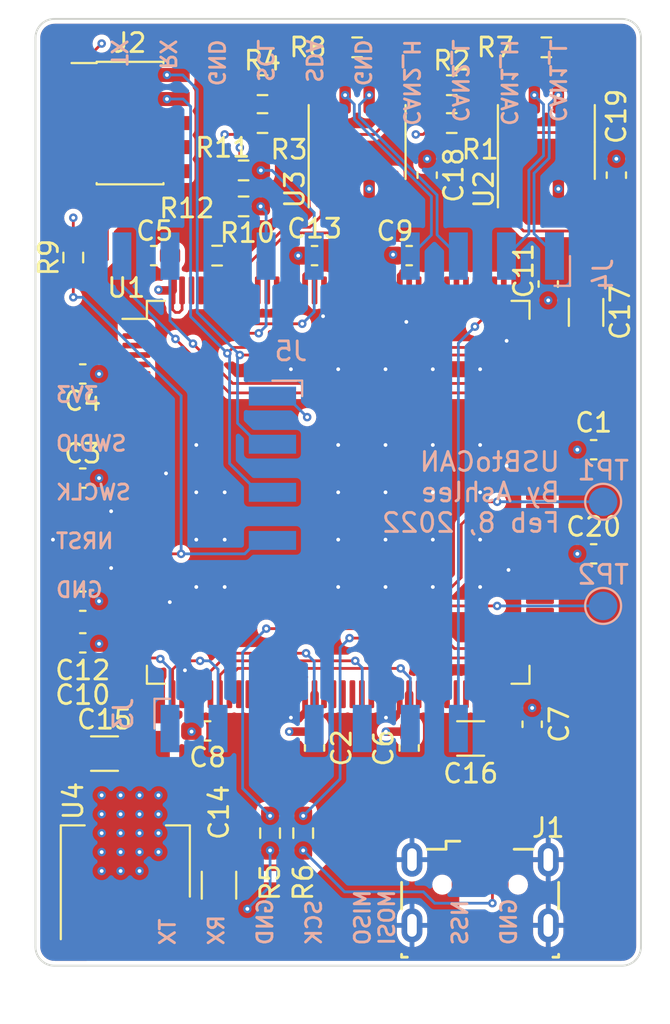
<source format=kicad_pcb>
(kicad_pcb (version 20211014) (generator pcbnew)
  (layers (0 "F.Cu" signal) (1 "In1.Cu" power) (2 "In2.Cu" power) (31 "B.Cu" signal) (34 "B.Paste" user) (35 "F.Paste" user) (36 "B.SilkS" user "B.Silkscreen") (37 "F.SilkS" user "F.Silkscreen") (38 "B.Mask" user) (39 "F.Mask" user) (44 "Edge.Cuts" user))
  (net 0 "")
  (net 1 "Net-(J1-Pad4)")
  (net 2 "GND")
  (net 3 "+3V3")
  (net 4 "SWDIO")
  (net 5 "SWCLK")
  (net 9 "SPI1_NSS")
  (net 10 "USART1_TX")
  (net 11 "SPI1_SCK")
  (net 12 "USART1_RX")
  (net 13 "SPI1_MOSI")
  (net 14 "SPI1_MISO")
  (net 15 "CAN1_H")
  (net 16 "CAN2_H")
  (net 17 "CAN1_L")
  (net 18 "CAN2_L")
  (net 19 "Net-(R1-Pad1)")
  (net 20 "Net-(R2-Pad1)")
  (net 21 "Net-(R3-Pad1)")
  (net 22 "Net-(R4-Pad1)")
  (net 23 "USB_OTG_HS_VBUS")
  (net 24 "USB_OTG_HS_ID")
  (net 44 "NRST")
  (net 49 "USART2_TX")
  (net 50 "USART2_RX")
  (net 95 "CAN1_RX")
  (net 96 "CAN1_TX")
  (net 117 "CAN2_RX")
  (net 118 "CAN2_TX")
  (net 119 "I2C1_SDA")
  (net 120 "Net-(R10-Pad1)")
  (net 121 "I2C1_SCL")
  (net 125 "/VBUS")
  (net 126 "USB_OTG_HS_N")
  (net 127 "USB_OTG_HS_P")
  (net 128 "Net-(C16-Pad1)")
  (net 129 "Net-(C17-Pad1)")
  (net 130 "Net-(TP1-Pad1)")
  (net 131 "Net-(TP2-Pad1)")
  (net 132 "Net-(U1-Pad23)")
  (net 133 "Net-(U1-Pad24)")
  (footprint "Capacitor_SMD:C_0603_1608Metric_Pad1.08x0.95mm_HandSolder" (layer "F.Cu") (at 98.75 92.5)
    (fp_text reference "C13")
    (fp_text value "100nF")
  )
  (footprint "Library:USB_Micro-B_YourCee_7.2_16Pin" (layer "F.Cu") (at 107.5 126.12)
    (fp_text reference "J1")
    (fp_text value "USB_B_Micro")
  )
  (footprint "Capacitor_SMD:C_0603_1608Metric_Pad1.08x0.95mm_HandSolder" (layer "F.Cu") (at 103.75 92.5)
    (fp_text reference "C9")
    (fp_text value "100nF")
  )
  (footprint "Capacitor_SMD:C_0603_1608Metric_Pad1.08x0.95mm_HandSolder" (layer "F.Cu") (at 86.5 112.95 180)
    (fp_text reference "C10")
    (fp_text value "100nF")
  )
  (footprint "Resistor_SMD:R_0603_1608Metric_Pad0.98x0.95mm_HandSolder" (layer "F.Cu") (at 86 92.6 90)
    (fp_text reference "R9")
    (fp_text value "10K")
  )
  (footprint "Capacitor_SMD:C_1206_3216Metric_Pad1.33x1.80mm_HandSolder" (layer "F.Cu") (at 113.1 95.5 90)
    (fp_text reference "C17")
    (fp_text value "2.2uF")
  )
  (footprint "Package_TO_SOT_SMD:SOT-223-3_TabPin2" (layer "F.Cu") (at 88.75 124.5 90)
    (fp_text reference "U4")
    (fp_text value "AMS1117-3.3")
  )
  (footprint "Resistor_SMD:R_0603_1608Metric_Pad0.98x0.95mm_HandSolder" (layer "F.Cu") (at 96 83.5 180)
    (fp_text reference "R4")
    (fp_text value "0ohm")
  )
  (footprint "Capacitor_SMD:C_1206_3216Metric_Pad1.33x1.80mm_HandSolder" (layer "F.Cu") (at 107 118 180)
    (fp_text reference "C16")
    (fp_text value "2.2uF")
  )
  (footprint "Capacitor_SMD:C_0603_1608Metric_Pad1.08x0.95mm_HandSolder" (layer "F.Cu") (at 90.25 92.5 180)
    (fp_text reference "C5")
    (fp_text value "100nF")
  )
  (footprint "Resistor_SMD:R_0603_1608Metric_Pad0.98x0.95mm_HandSolder" (layer "F.Cu") (at 93.6 92.5 180)
    (fp_text reference "R10")
    (fp_text value "10K")
  )
  (footprint "Capacitor_SMD:C_1206_3216Metric_Pad1.33x1.80mm_HandSolder" (layer "F.Cu") (at 93.7 125.75 90)
    (fp_text reference "C14")
    (fp_text value "10uF")
  )
  (footprint "Resistor_SMD:R_0603_1608Metric_Pad0.98x0.95mm_HandSolder" (layer "F.Cu") (at 95 89.9 180)
    (fp_text reference "R12")
    (fp_text value "10K")
  )
  (footprint "Capacitor_SMD:C_0603_1608Metric_Pad1.08x0.95mm_HandSolder" (layer "F.Cu") (at 104.7 88.25 -90)
    (fp_text reference "C18")
    (fp_text value "100nF")
  )
  (footprint "Capacitor_SMD:C_0603_1608Metric_Pad1.08x0.95mm_HandSolder" (layer "F.Cu") (at 103.75 118.5 -90)
    (fp_text reference "C6")
    (fp_text value "100nF")
  )
  (footprint "Capacitor_SMD:C_0603_1608Metric_Pad1.08x0.95mm_HandSolder" (layer "F.Cu") (at 86.5 110.75 180)
    (fp_text reference "C12")
    (fp_text value "100nF")
  )
  (footprint "Resistor_SMD:R_0603_1608Metric_Pad0.98x0.95mm_HandSolder" (layer "F.Cu") (at 106 85.5 180)
    (fp_text reference "R1")
    (fp_text value "10K")
  )
  (footprint "Capacitor_SMD:C_0603_1608Metric_Pad1.08x0.95mm_HandSolder" (layer "F.Cu") (at 93.1 117.6)
    (fp_text reference "C8")
    (fp_text value "100nF")
  )
  (footprint "Resistor_SMD:R_0603_1608Metric_Pad0.98x0.95mm_HandSolder" (layer "F.Cu") (at 98.15 123 -90)
    (fp_text reference "R6")
    (fp_text value "0ohm")
  )
  (footprint "Connector_PinHeader_1.27mm:PinHeader_2x05_P1.27mm_Vertical_SMD" (layer "F.Cu") (at 89 85.5)
    (fp_text reference "J2")
    (fp_text value "JTAG")
  )
  (footprint "Resistor_SMD:R_0603_1608Metric_Pad0.98x0.95mm_HandSolder" (layer "F.Cu") (at 96.4 123 -90)
    (fp_text reference "R5")
    (fp_text value "0ohm")
  )
  (footprint "Capacitor_SMD:C_0603_1608Metric_Pad1.08x0.95mm_HandSolder" (layer "F.Cu") (at 98.75 118.5 -90)
    (fp_text reference "C2")
    (fp_text value "100nF")
  )
  (footprint "Capacitor_SMD:C_0603_1608Metric_Pad1.08x0.95mm_HandSolder" (layer "F.Cu") (at 113.5 108.25)
    (fp_text reference "C20")
    (fp_text value "100nF")
  )
  (footprint "Package_QFP:LQFP-144_20x20mm_P0.5mm" (layer "F.Cu") (at 100 105)
    (fp_text reference "U1")
    (fp_text value "STM32F429ZITx")
  )
  (footprint "Package_SO:SOIC-8_3.9x4.9mm_P1.27mm" (layer "F.Cu") (at 101 86.5 90)
    (fp_text reference "U3")
    (fp_text value "SN65HVD234")
  )
  (footprint "Package_SO:SOIC-8_3.9x4.9mm_P1.27mm" (layer "F.Cu") (at 111 86.5 90)
    (fp_text reference "U2")
    (fp_text value "SN65HVD234")
  )
  (footprint "Resistor_SMD:R_0603_1608Metric_Pad0.98x0.95mm_HandSolder" (layer "F.Cu") (at 111 81.5)
    (fp_text reference "R7")
    (fp_text value "120ohm")
  )
  (footprint "Resistor_SMD:R_0603_1608Metric_Pad0.98x0.95mm_HandSolder" (layer "F.Cu") (at 95 88 180)
    (fp_text reference "R11")
    (fp_text value "10K")
  )
  (footprint "Capacitor_SMD:C_0603_1608Metric_Pad1.08x0.95mm_HandSolder" (layer "F.Cu") (at 113.5 102.75)
    (fp_text reference "C1")
    (fp_text value "100nF")
  )
  (footprint "Capacitor_SMD:C_0603_1608Metric_Pad1.08x0.95mm_HandSolder" (layer "F.Cu") (at 111.1 94 90)
    (fp_text reference "C11")
    (fp_text value "100nF")
  )
  (footprint "Capacitor_SMD:C_0603_1608Metric_Pad1.08x0.95mm_HandSolder" (layer "F.Cu") (at 86.5 98.75 180)
    (fp_text reference "C4")
    (fp_text value "100nF")
  )
  (footprint "Resistor_SMD:R_0603_1608Metric_Pad0.98x0.95mm_HandSolder" (layer "F.Cu") (at 101 81.5)
    (fp_text reference "R8")
    (fp_text value "120ohm")
  )
  (footprint "Resistor_SMD:R_0603_1608Metric_Pad0.98x0.95mm_HandSolder" (layer "F.Cu") (at 106 83.5 180)
    (fp_text reference "R2")
    (fp_text value "0ohm")
  )
  (footprint "Capacitor_SMD:C_0603_1608Metric_Pad1.08x0.95mm_HandSolder" (layer "F.Cu") (at 110.25 117.25 -90)
    (fp_text reference "C7")
    (fp_text value "100nF")
  )
  (footprint "Resistor_SMD:R_0603_1608Metric_Pad0.98x0.95mm_HandSolder" (layer "F.Cu") (at 96 85.5 180)
    (fp_text reference "R3")
    (fp_text value "10K")
  )
  (footprint "Capacitor_SMD:C_0603_1608Metric_Pad1.08x0.95mm_HandSolder" (layer "F.Cu") (at 114.7 88.25 -90)
    (fp_text reference "C19")
    (fp_text value "100nF")
  )
  (footprint "Capacitor_SMD:C_1206_3216Metric_Pad1.33x1.80mm_HandSolder" (layer "F.Cu") (at 87.65 118.8 180)
    (fp_text reference "C15")
    (fp_text value "10uF")
  )
  (footprint "Capacitor_SMD:C_0603_1608Metric_Pad1.08x0.95mm_HandSolder" (layer "F.Cu") (at 86.5 104.25 180)
    (fp_text reference "C3")
    (fp_text value "100nF")
  )
  (footprint "Library:CSTNE8M00GH5L000R0" (layer "F.Cu") (at 86.175 107.5 -90)
    (fp_text reference "Y1" hide)
    (fp_text value "Crystal_GND2_Small")
  )
  (footprint "Connector_Harwin:Harwin_M20-89010xx_1x10_P2.54mm_Horizontal" (layer "B.Cu") (at 100 87 90)
    (fp_text reference "J4")
    (fp_text value "Conn_01x10")
  )
  (footprint "TestPoint:TestPoint_Pad_D1.5mm" (layer "B.Cu") (at 114 105.5 180)
    (fp_text reference "TP1")
    (fp_text value "TestPoint")
  )
  (footprint "TestPoint:TestPoint_Pad_D1.5mm" (layer "B.Cu") (at 114 111 180)
    (fp_text reference "TP2")
    (fp_text value "TestPoint")
  )
  (footprint "Connector_Harwin:Harwin_M20-89008xx_1x08_P2.54mm_Horizontal" (layer "B.Cu") (at 100 123 -90)
    (fp_text reference "J3")
    (fp_text value "Conn_01x08")
  )
  (footprint "Connector_Harwin:Harwin_M20-89005xx_1x05_P2.54mm_Horizontal" (layer "B.Cu") (at 91 105 180)
    (fp_text reference "J5")
    (fp_text value "Conn_01x05")
  )
  (gr_arc (start 84 81) (mid 84.292893 80.292893) (end 85 80) (layer "Edge.Cuts") (width 0.1))
  (gr_line (start 84 81) (end 84 129) (layer "Edge.Cuts") (width 0.1))
  (gr_arc (start 85 130) (mid 84.292893 129.707107) (end 84 129) (layer "Edge.Cuts") (width 0.1))
  (gr_arc (start 116 129) (mid 115.707107 129.707107) (end 115 130) (layer "Edge.Cuts") (width 0.1))
  (gr_line (start 85 130) (end 115 130) (layer "Edge.Cuts") (width 0.1))
  (gr_arc (start 115 80) (mid 115.707107 80.292893) (end 116 81) (layer "Edge.Cuts") (width 0.1))
  (gr_line (start 115 80) (end 85 80) (layer "Edge.Cuts") (width 0.1))
  (gr_line (start 116 129) (end 116 81) (layer "Edge.Cuts") (width 0.1))
  (gr_text "TX\n\nRX\n\nGND\n\nSCK\n\nMISO\nMOSI\n\n\nNSS\n\nGND" (at 100 129 90) (layer "B.SilkS") (effects (font (size 0.8 0.8)) (justify right mirror)))
  (gr_text "CAN1_L\n\nCAN1_H\n\nCAN2_L\n\nCAN2_H\n\nGND\n\nSDA\n\nSCL\n\nGND\n\nRX\n\nTX" (at 100 81 270) (layer "B.SilkS") (effects (font (size 0.8 0.8)) (justify right mirror)))
  (gr_text "USBtoCAN\nBy Ashlee\nFeb 8, 2022" (at 111.8 105) (layer "B.SilkS") (effects (font (size 1 1)) (justify left mirror)))
  (gr_text "3V3\n\nSWDIO\n\nSWCLK\n\nNRST\n\nGND" (at 85 105) (layer "B.SilkS") (effects (font (size 0.8 0.8)) (justify right mirror)))
  (segment (start 108.15 124.835) (end 108.15 126.7) (width 0.146812) (layer "F.Cu") (net 1))
  (via (at 108.15 126.7) (size 0.45) (drill 0.2) (layers "F.Cu" "B.Cu") (net 1))
  (via (at 98.15 123.9125) (size 0.45) (drill 0.2) (layers "F.Cu" "B.Cu") (net 1))
  (segment (start 105.1 126.7) (end 104.5 126.1) (width 0.146812) (layer "B.Cu") (net 1))
  (segment (start 104.5 126.1) (end 100.3375 126.1) (width 0.146812) (layer "B.Cu") (net 1))
  (segment (start 108.15 126.7) (end 105.1 126.7) (width 0.146812) (layer "B.Cu") (net 1))
  (segment (start 100.3375 126.1) (end 98.15 123.9125) (width 0.146812) (layer "B.Cu") (net 1))
  (segment (start 91.75 115.6625) (end 91.75 114.55) (width 0.146812) (layer "F.Cu") (net 2))
  (segment (start 103.25 93.55) (end 103.5 93.3) (width 0.3) (layer "F.Cu") (net 2))
  (segment (start 99.2 95.7) (end 98.8 95.7) (width 0.3) (layer "F.Cu") (net 2))
  (segment (start 103.25 94.3375) (end 103.25 93.55) (width 0.3) (layer "F.Cu") (net 2))
  (segment (start 102.525 116.9) (end 102.9 116.9) (width 0.3) (layer "F.Cu") (net 2))
  (segment (start 109.15 96.75) (end 108.9 97) (width 0.3) (layer "F.Cu") (net 2))
  (segment (start 109.25 103.25) (end 108.9 103.6) (width 0.3) (layer "F.Cu") (net 2))
  (segment (start 103.25 94.3375) (end 103.25 95.65) (width 0.3) (layer "F.Cu") (net 2))
  (segment (start 103.8125 93.3) (end 104.6125 92.5) (width 0.3) (layer "F.Cu") (net 2))
  (segment (start 110.6625 103.25) (end 109.25 103.25) (width 0.3) (layer "F.Cu") (net 2))
  (segment (start 98.25 95.15) (end 98.25 94.3375) (width 0.3) (layer "F.Cu") (net 2))
  (segment (start 90.65 111.25) (end 91.1 110.8) (width 0.3) (layer "F.Cu") (net 2))
  (segment (start 103.25 95.65) (end 103.6 96) (width 0.3) (layer "F.Cu") (net 2))
  (segment (start 109.35 108.75) (end 109 109.1) (width 0.3) (layer "F.Cu") (net 2))
  (segment (start 98.25 94.3375) (end 98.25 93.55) (width 0.3) (layer "F.Cu") (net 2))
  (segment (start 98.8125 93.3) (end 99.6125 92.5) (width 0.3) (layer "F.Cu") (net 2))
  (segment (start 102.9 116.9) (end 103.25 116.55) (width 0.3) (layer "F.Cu") (net 2))
  (segment (start 90.65 103.75) (end 90.9 104) (width 0.3) (layer "F.Cu") (net 2))
  (segment (start 98.25 93.55) (end 98.5 93.3) (width 0.3) (layer "F.Cu") (net 2))
  (segment (start 98.5 93.3) (end 98.8125 93.3) (width 0.3) (layer "F.Cu") (net 2))
  (segment (start 89.3375 103.75) (end 90.65 103.75) (width 0.3) (layer "F.Cu") (net 2))
  (segment (start 98.25 116.55) (end 98.25 115.6625) (width 0.3) (layer "F.Cu") (net 2))
  (segment (start 91.75 114.55) (end 91.9 114.4) (width 0.146812) (layer "F.Cu") (net 2))
  (segment (start 103.25 116.55) (end 103.25 115.6625) (width 0.3) (layer "F.Cu") (net 2))
  (segment (start 97.9 116.9) (end 98.25 116.55) (width 0.3) (layer "F.Cu") (net 2))
  (segment (start 98.8 95.7) (end 98.25 95.15) (width 0.3) (layer "F.Cu") (net 2))
  (segment (start 103.5 93.3) (end 103.8125 93.3) (width 0.3) (layer "F.Cu") (net 2))
  (segment (start 97.5 116.9) (end 97.9 116.9) (width 0.3) (layer "F.Cu") (net 2))
  (segment (start 110.6625 108.75) (end 109.35 108.75) (width 0.3) (layer "F.Cu") (net 2))
  (segment (start 89.3375 111.25) (end 90.65 111.25) (width 0.3) (layer "F.Cu") (net 2))
  (segment (start 110.6625 96.75) (end 109.15 96.75) (width 0.3) (layer "F.Cu") (net 2))
  (via (at 102.5 110) (size 0.45) (drill 0.2) (layers "F.Cu" "B.Cu") (net 2))
  (via (at 105 105) (size 0.45) (drill 0.2) (layers "F.Cu" "B.Cu") (net 2))
  (via (at 88 109) (size 0.45) (drill 0.2) (layers "F.Cu" "B.Cu") (net 2))
  (via (at 91.9 114.4) (size 0.45) (drill 0.2) (layers "F.Cu" "B.Cu") (net 2))
  (via (at 102.5 105) (size 0.45) (drill 0.2) (layers "F.Cu" "B.Cu") (net 2))
  (via (at 105 98.5) (size 0.45) (drill 0.2) (layers "F.Cu" "B.Cu") (net 2))
  (via (at 97.5 98.5) (size 0.45) (drill 0.2) (layers "F.Cu" "B.Cu") (net 2))
  (via (at 102.5 102.5) (size 0.45) (drill 0.2) (layers "F.Cu" "B.Cu") (net 2))
  (via (at 107.5 98.5) (size 0.45) (drill 0.2) (layers "F.Cu" "B.Cu") (net 2))
  (via (at 91.1 110.8) (size 0.45) (drill 0.2) (layers "F.Cu" "B.Cu") (net 2))
  (via (at 107.5 105) (size 0.45) (drill 0.2) (layers "F.Cu" "B.Cu") (net 2))
  (via (at 92.5 105) (size 0.45) (drill 0.2) (layers "F.Cu" "B.Cu") (net 2))
  (via (at 84.925 107.5) (size 0.45) (drill 0.2) (layers "F.Cu" "B.Cu") (net 2))
  (via (at 102.5 107.5) (size 0.45) (drill 0.2) (layers "F.Cu" "B.Cu") (net 2))
  (via (at 100 98.5) (size 0.45) (drill 0.2) (layers "F.Cu" "B.Cu") (net 2))
  (via (at 94 105) (size 0.45) (drill 0.2) (layers "F.Cu" "B.Cu") (net 2))
  (via (at 94 110) (size 0.45) (drill 0.2) (layers "F.Cu" "B.Cu") (net 2))
  (via (at 105 107.5) (size 0.45) (drill 0.2) (layers "F.Cu" "B.Cu") (net 2))
  (via (at 100 105) (size 0.45) (drill 0.2) (layers "F.Cu" "B.Cu") (net 2))
  (via (at 100 102.5) (size 0.45) (drill 0.2) (layers "F.Cu" "B.Cu") (net 2))
  (via (at 107.5 107.5) (size 0.45) (drill 0.2) (layers "F.Cu" "B.Cu") (net 2))
  (via (at 108.9 97) (size 0.45) (drill 0.2) (layers "F.Cu" "B.Cu") (net 2))
  (via (at 92.5 107.5) (size 0.45) (drill 0.2) (layers "F.Cu" "B.Cu") (net 2))
  (via (at 88 106) (size 0.45) (drill 0.2) (layers "F.Cu" "B.Cu") (net 2))
  (via (at 108.9 103.6) (size 0.45) (drill 0.2) (layers "F.Cu" "B.Cu") (net 2))
  (via (at 107.5 102.5) (size 0.45) (drill 0.2) (layers "F.Cu" "B.Cu") (net 2))
  (via (at 92.5 110) (size 0.45) (drill 0.2) (layers "F.Cu" "B.Cu") (net 2))
  (via (at 99.2 95.7) (size 0.45) (drill 0.2) (layers "F.Cu" "B.Cu") (net 2))
  (via (at 100 107.5) (size 0.45) (drill 0.2) (layers "F.Cu" "B.Cu") (net 2))
  (via (at 97.5 116.9) (size 0.45) (drill 0.2) (layers "F.Cu" "B.Cu") (net 2))
  (via (at 105 110) (size 0.45) (drill 0.2) (layers "F.Cu" "B.Cu") (net 2))
  (via (at 103.6 96) (size 0.45) (drill 0.2) (layers "F.Cu" "B.Cu") (net 2))
  (via (at 90.9 104) (size 0.45) (drill 0.2) (layers "F.Cu" "B.Cu") (net 2))
  (via (at 94 107.5) (size 0.45) (drill 0.2) (layers "F.Cu" "B.Cu") (net 2))
  (via (at 109 109.1) (size 0.45) (drill 0.2) (layers "F.Cu" "B.Cu") (net 2))
  (via (at 107.5 110) (size 0.45) (drill 0.2) (layers "F.Cu" "B.Cu") (net 2))
  (via (at 105 102.5) (size 0.45) (drill 0.2) (layers "F.Cu" "B.Cu") (net 2))
  (via (at 102.5 98.5) (size 0.45) (drill 0.2) (layers "F.Cu" "B.Cu") (net 2))
  (via (at 100 110) (size 0.45) (drill 0.2) (layers "F.Cu" "B.Cu") (net 2))
  (via (at 102.525 116.9) (size 0.45) (drill 0.2) (layers "F.Cu" "B.Cu") (net 2))
  (via (at 92.5 102.5) (size 0.45) (drill 0.2) (layers "F.Cu" "B.Cu") (net 2))
  (segment (start 97.4125 117.6375) (end 98.75 117.6375) (width 0.45) (layer "F.Cu") (net 3))
  (segment (start 90.35 111.75) (end 90.5 111.9) (width 0.3) (layer "F.Cu") (net 3))
  (segment (start 97.75 92.6375) (end 97.8875 92.5) (width 0.45) (layer "F.Cu") (net 3))
  (segment (start 89.3375 111.75) (end 90.35 111.75) (width 0.3) (layer "F.Cu") (net 3))
  (segment (start 110.675 95.2875) (end 111.1 94.8625) (width 0.45) (layer "F.Cu") (net 3))
  (segment (start 87.05 81.75) (end 87.05 82.96) (width 0.146812) (layer "F.Cu") (net 3))
  (segment (start 91.75 94.3375) (end 91.75 95.35) (width 0.146812) (layer "F.Cu") (net 3))
  (segment (start 110.675 96.1) (end 110.675 95.2875) (width 0.45) (layer "F.Cu") (net 3))
  (segment (start 102.75 94.3375) (end 102.75 92.6375) (width 0.45) (layer "F.Cu") (net 3))
  (segment (start 102.52 117.64) (end 103.7475 117.64) (width 0.45) (layer "F.Cu") (net 3))
  (segment (start 91.75 95.35) (end 91.6 95.5) (width 0.146812) (layer "F.Cu") (net 3))
  (segment (start 94.0875 88) (end 94.0875 89.9) (width 0.146812) (layer "F.Cu") (net 3))
  (segment (start 89.3375 98.75) (end 87.3625 98.75) (width 0.45) (layer "F.Cu") (net 3))
  (segment (start 103.75 115.6625) (end 103.75 117.6375) (width 0.45) (layer "F.Cu") (net 3))
  (segment (start 87.3625 113) (end 88.1125 112.25) (width 0.45) (layer "F.Cu") (net 3))
  (segment (start 91.25 95.35) (end 91.25 94.3375) (width 0.146812) (layer "F.Cu") (net 3))
  (segment (start 109.5875 115.725) (end 110.25 116.3875) (width 0.45) (layer "F.Cu") (net 3))
  (segment (start 90.5375 94.3375) (end 91.25 94.3375) (width 0.45) (layer "F.Cu") (net 3))
  (segment (start 90.35 112.25) (end 89.3375 112.25) (width 0.3) (layer "F.Cu") (net 3))
  (segment (start 94.0875 88) (end 94.8 87.2875) (width 0.146812) (layer "F.Cu") (net 3))
  (segment (start 90.5 111.9) (end 90.5 112.1) (width 0.3) (layer "F.Cu") (net 3))
  (segment (start 87.3625 110.75) (end 89.3375 110.75) (width 0.45) (layer "F.Cu") (net 3))
  (segment (start 105.0875 85.5) (end 104.4875 86.1) (width 0.146812) (layer "F.Cu") (net 3))
  (segment (start 110.6625 102.75) (end 112.6375 102.75) (width 0.45) (layer "F.Cu") (net 3))
  (segment (start 103.7475 117.64) (end 103.75 117.6375) (width 0.45) (layer "F.Cu") (net 3))
  (segment (start 91.6 95.5) (end 91.4 95.5) (width 0.146812) (layer "F.Cu") (net 3))
  (segment (start 94.8 87.2875) (end 94.8 86.8) (width 0.146812) (layer "F.Cu") (net 3))
  (segment (start 87.5 81.3) (end 87.05 81.75) (width 0.146812) (layer "F.Cu") (net 3))
  (segment (start 90.5 94.3) (end 90.5375 94.3375) (width 0.45) (layer "F.Cu") (net 3))
  (segment (start 94.4875 86.1) (end 94 86.1) (width 0.146812) (layer "F.Cu") (net 3))
  (segment (start 90.5 112.1) (end 90.35 112.25) (width 0.3) (layer "F.Cu") (net 3))
  (segment (start 95.0875 85.5) (end 94.4875 86.1) (width 0.146812) (layer "F.Cu") (net 3))
  (segment (start 97.75 94.3375) (end 97.75 92.6375) (width 0.45) (layer "F.Cu") (net 3))
  (segment (start 102.75 92.6375) (end 102.8875 92.5) (width 0.45) (layer "F.Cu") (net 3))
  (segment (start 91.4 95.5) (end 91.25 95.35) (width 0.146812) (layer "F.Cu") (net 3))
  (segment (start 108.925 115.725) (end 109.5875 115.725) (width 0.45) (layer "F.Cu") (net 3))
  (segment (start 91.25 92.6375) (end 91.1125 92.5) (width 0.45) (layer "F.Cu") (net 3))
  (segment (start 97.41 117.64) (end 97.4125 117.6375) (width 0.45) (layer "F.Cu") (net 3))
  (segment (start 92.25 115.6625) (end 92.25 117.6375) (width 0.45) (layer "F.Cu") (net 3))
  (segment (start 98.75 115.6625) (end 98.75 117.6375) (width 0.45) (layer "F.Cu") (net 3))
  (segment (start 87.3625 104.25) (end 89.3375 104.25) (width 0.45) (layer "F.Cu") (net 3))
  (segment (start 110.6625 108.25) (end 112.6375 108.25) (width 0.45) (layer "F.Cu") (net 3))
  (segment (start 104.4875 86.1) (end 104.1 86.1) (width 0.146812) (layer "F.Cu") (net 3))
  (segment (start 88.1125 112.25) (end 89.3375 112.25) (width 0.45) (layer "F.Cu") (net 3))
  (segment (start 91.25 94.3375) (end 91.25 92.6375) (width 0.45) (layer "F.Cu") (net 3))
  (segment (start 86 91.6875) (end 86 90.5) (width 0.146812) (layer "F.Cu") (net 3))
  (via (at 101.635 88.975) (size 0.45) (drill 0.2) (layers "F.Cu" "B.Cu") (net 3))
  (via (at 111.635 88.975) (size 0.45) (drill 0.2) (layers "F.Cu" "B.Cu") (net 3))
  (via (at 102.52 117.64) (size 0.45) (drill 0.2) (layers "F.Cu" "B.Cu") (net 3))
  (via (at 86 90.5) (size 0.45) (drill 0.2) (layers "F.Cu" "B.Cu") (net 3))
  (via (at 87.5 121) (size 0.45) (drill 0.2) (layers "F.Cu" "B.Cu") (net 3))
  (via (at 89.5 121) (size 0.45) (drill 0.2) (layers "F.Cu" "B.Cu") (net 3))
  (via (at 94.8 86.8) (size 0.45) (drill 0.2) (layers "F.Cu" "B.Cu") (net 3))
  (via (at 87.5 123) (size 0.45) (drill 0.2) (layers "F.Cu" "B.Cu") (net 3))
  (via (at 87.3625 113) (size 0.45) (drill 0.2) (layers "F.Cu" "B.Cu") (net 3))
  (via (at 97.41 117.64) (size 0.45) (drill 0.2) (layers "F.Cu" "B.Cu") (net 3))
  (via (at 87.5 81.3) (size 0.45) (drill 0.2) (layers "F.Cu" "B.Cu") (net 3))
  (via (at 89.5 122) (size 0.45) (drill 0.2) (layers "F.Cu" "B.Cu") (net 3))
  (via (at 87.3625 110.75) (size 0.45) (drill 0.2) (layers "F.Cu" "B.Cu") (net 3))
  (via (at 97.8875 92.5) (size 0.45) (drill 0.2) (layers "F.Cu" "B.Cu") (net 3))
  (via (at 87.5 125) (size 0.45) (drill 0.2) (layers "F.Cu" "B.Cu") (net 3))
  (via (at 102.9 92.45) (size 0.45) (drill 0.2) (layers "F.Cu" "B.Cu") (net 3))
  (via (at 88.5 125) (size 0.45) (drill 0.2) (layers "F.Cu" "B.Cu") (net 3))
  (via (at 90.5 121) (size 0.45) (drill 0.2) (layers "F.Cu" "B.Cu") (net 3))
  (via (at 90.5 122) (size 0.45) (drill 0.2) (layers "F.Cu" "B.Cu") (net 3))
  (via (at 90.5 124) (size 0.45) (drill 0.2) (layers "F.Cu" "B.Cu") (net 3))
  (via (at 87.3625 98.75) (size 0.45) (drill 0.2) (layers "F.Cu" "B.Cu") (net 3))
  (via (at 89.5 125) (size 0.45) (drill 0.2) (layers "F.Cu" "B.Cu") (net 3))
  (via (at 89.5 123) (size 0.45) (drill 0.2) (layers "F.Cu" "B.Cu") (net 3))
  (via (at 94 86.1) (size 0.45) (drill 0.2) (layers "F.Cu" "B.Cu") (net 3))
  (via (at 112.6375 102.75) (size 0.45) (drill 0.2) (layers "F.Cu" "B.Cu") (net 3))
  (via (at 87.3625 104.25) (size 0.45) (drill 0.2) (layers "F.Cu" "B.Cu") (net 3))
  (via (at 104.7 87.3875) (size 0.45) (drill 0.2) (layers "F.Cu" "B.Cu") (net 3))
  (via (at 104.1 86.1) (size 0.45) (drill 0.2) (layers "F.Cu" "B.Cu") (net 3))
  (via (at 90.5 123) (size 0.45) (drill 0.2) (layers "F.Cu" "B.Cu") (net 3))
  (via (at 92.25 117.6375) (size 0.45) (drill 0.2) (layers "F.Cu" "B.Cu") (net 3))
  (via (at 89.5 124) (size 0.45) (drill 0.2) (layers "F.Cu" "B.Cu") (net 3))
  (via (at 114.7 87.3875) (size 0.45) (drill 0.2) (layers "F.Cu" "B.Cu") (net 3))
  (via (at 112.6375 108.25) (size 0.45) (drill 0.2) (layers "F.Cu" "B.Cu") (net 3))
  (via (at 87.5 124) (size 0.45) (drill 0.2) (layers "F.Cu" "B.Cu") (net 3))
  (via (at 90.5 94.3) (size 0.45) (drill 0.2) (layers "F.Cu" "B.Cu") (net 3))
  (via (at 88.5 121) (size 0.45) (drill 0.2) (layers "F.Cu" "B.Cu") (net 3))
  (via (at 98.36 101.03) (size 0.45) (drill 0.2) (layers "F.Cu" "B.Cu") (net 3))
  (via (at 88.5 123) (size 0.45) (drill 0.2) (layers "F.Cu" "B.Cu") (net 3))
  (via (at 110.25 116.3875) (size 0.45) (drill 0.2) (layers "F.Cu" "B.Cu") (net 3))
  (via (at 111.1 94.8625) (size 0.45) (drill 0.2) (layers "F.Cu" "B.Cu") (net 3))
  (via (at 87.5 122) (size 0.45) (drill 0.2) (layers "F.Cu" "B.Cu") (net 3))
  (via (at 88.5 124) (size 0.45) (drill 0.2) (layers "F.Cu" "B.Cu") (net 3))
  (via (at 88.5 122) (size 0.45) (drill 0.2) (layers "F.Cu" "B.Cu") (net 3))
  (segment (start 96.525 99.92) (end 97.25 99.92) (width 0.146812) (layer "B.Cu") (net 3))
  (segment (start 97.25 99.92) (end 98.36 101.03) (width 0.146812) (layer "B.Cu") (net 3))
  (segment (start 94.8 97.75) (end 110.6625 97.75) (width 0.146812) (layer "F.Cu") (net 4))
  (via (at 90.95 82.96) (size 0.45) (drill 0.2) (layers "F.Cu" "B.Cu") (net 4))
  (via (at 94.8 97.75) (size 0.45) (drill 0.2) (layers "F.Cu" "B.Cu") (net 4))
  (segment (start 92.55 83.725) (end 91.785 82.96) (width 0.146812) (layer "B.Cu") (net 4))
  (segment (start 92.55 95.5) (end 92.55 83.725) (width 0.146812) (layer "B.Cu") (net 4))
  (segment (start 94.8 97.75) (end 94.68 97.87) (width 0.146812) (layer "B.Cu") (net 4))
  (segment (start 95.79 102.46) (end 96.525 102.46) (width 0.146812) (layer "B.Cu") (net 4))
  (segment (start 91.785 82.96) (end 90.95 82.96) (width 0.146812) (layer "B.Cu") (net 4))
  (segment (start 94.68 97.87) (end 94.68 101.35) (width 0.146812) (layer "B.Cu") (net 4))
  (segment (start 94.68 101.35) (end 95.79 102.46) (width 0.146812) (layer "B.Cu") (net 4))
  (segment (start 94.8 97.75) (end 92.55 95.5) (width 0.146812) (layer "B.Cu") (net 4))
  (segment (start 107.25 97.35) (end 108.75 95.85) (width 0.146812) (layer "F.Cu") (net 5))
  (segment (start 94.14 97.66) (end 94.45 97.35) (width 0.146812) (layer "F.Cu") (net 5))
  (segment (start 94.45 97.35) (end 107.25 97.35) (width 0.146812) (layer "F.Cu") (net 5))
  (segment (start 108.75 95.85) (end 108.75 94.3375) (width 0.146812) (layer "F.Cu") (net 5))
  (via (at 90.95 84.23) (size 0.45) (drill 0.2) (layers "F.Cu" "B.Cu") (net 5))
  (via (at 94.14 97.66) (size 0.45) (drill 0.2) (layers "F.Cu" "B.Cu") (net 5))
  (segment (start 94.14 97.66) (end 94.26 97.78) (width 0.146812) (layer "B.Cu") (net 5))
  (segment (start 94.14 97.66) (end 92.2 95.72) (width 0.146812) (layer "B.Cu") (net 5))
  (segment (start 95.78 105) (end 96.525 105) (width 0.146812) (layer "B.Cu") (net 5))
  (segment (start 94.26 97.78) (end 94.26 103.48) (width 0.146812) (layer "B.Cu") (net 5))
  (segment (start 92.2 84.625) (end 91.805 84.23) (width 0.146812) (layer "B.Cu") (net 5))
  (segment (start 92.2 95.72) (end 92.2 84.625) (width 0.146812) (layer "B.Cu") (net 5))
  (segment (start 94.26 103.48) (end 95.78 105) (width 0.146812) (layer "B.Cu") (net 5))
  (segment (start 91.805 84.23) (end 90.95 84.23) (width 0.146812) (layer "B.Cu") (net 5))
  (segment (start 107.225 96.25) (end 108.25 95.225) (width 0.146812) (layer "F.Cu") (net 9))
  (segment (start 108.25 95.225) (end 108.25 94.3375) (width 0.146812) (layer "F.Cu") (net 9))
  (via (at 107.225 96.25) (size 0.45) (drill 0.2) (layers "F.Cu" "B.Cu") (net 9))
  (segment (start 107.225 96.25) (end 106.35 97.125) (width 0.146812) (layer "B.Cu") (net 9))
  (segment (start 106.35 97.125) (end 106.35 117.475) (width 0.146812) (layer "B.Cu") (net 9))
  (segment (start 110.6625 99.75) (end 94.25 99.75) (width 0.146812) (layer "F.Cu") (net 10))
  (segment (start 94.25 99.75) (end 91.4 96.9) (width 0.146812) (layer "F.Cu") (net 10))
  (via (at 91.4 96.9) (size 0.45) (drill 0.2) (layers "F.Cu" "B.Cu") (net 10))
  (segment (start 88.57 94.07) (end 88.57 92.525) (width 0.146812) (layer "B.Cu") (net 10))
  (segment (start 91.4 96.9) (end 88.57 94.07) (width 0.146812) (layer "B.Cu") (net 10))
  (segment (start 93.25 114.45) (end 93.25 115.6625) (width 0.146812) (layer "F.Cu") (net 11))
  (segment (start 98.3 113.5) (end 94.2 113.5) (width 0.146812) (layer "F.Cu") (net 11))
  (segment (start 94.2 113.5) (end 93.25 114.45) (width 0.146812) (layer "F.Cu") (net 11))
  (via (at 98.3 113.5) (size 0.45) (drill 0.2) (layers "F.Cu" "B.Cu") (net 11))
  (segment (start 98.3 113.5) (end 98.73 113.93) (width 0.146812) (layer "B.Cu") (net 11))
  (segment (start 98.73 113.93) (end 98.73 117.475) (width 0.146812) (layer "B.Cu") (net 11))
  (segment (start 94.425 99.25) (end 110.6625 99.25) (width 0.146812) (layer "F.Cu") (net 12))
  (segment (start 92.325 97.15) (end 94.425 99.25) (width 0.146812) (layer "F.Cu") (net 12))
  (via (at 92.325 97.15) (size 0.45) (drill 0.2) (layers "F.Cu" "B.Cu") (net 12))
  (segment (start 91.11 95.935) (end 91.11 92.525) (width 0.146812) (layer "B.Cu") (net 12))
  (segment (start 92.325 97.15) (end 91.11 95.935) (width 0.146812) (layer "B.Cu") (net 12))
  (segment (start 103.3 114.3) (end 94.7 114.3) (width 0.146812) (layer "F.Cu") (net 13))
  (segment (start 94.7 114.3) (end 94.25 114.75) (width 0.146812) (layer "F.Cu") (net 13))
  (segment (start 94.25 114.75) (end 94.25 115.6625) (width 0.146812) (layer "F.Cu") (net 13))
  (via (at 103.3 114.3) (size 0.45) (drill 0.2) (layers "F.Cu" "B.Cu") (net 13))
  (segment (start 103.3 114.3) (end 103.81 114.81) (width 0.146812) (layer "B.Cu") (net 13))
  (segment (start 103.81 114.81) (end 103.81 117.475) (width 0.146812) (layer "B.Cu") (net 13))
  (segment (start 94.5 113.9) (end 93.75 114.65) (width 0.146812) (layer "F.Cu") (net 14))
  (segment (start 100.9 113.9) (end 94.5 113.9) (width 0.146812) (layer "F.Cu") (net 14))
  (segment (start 93.75 114.65) (end 93.75 115.6625) (width 0.146812) (layer "F.Cu") (net 14))
  (via (at 100.9 113.9) (size 0.45) (drill 0.2) (layers "F.Cu" "B.Cu") (net 14))
  (segment (start 101.27 114.27) (end 101.27 117.475) (width 0.146812) (layer "B.Cu") (net 14))
  (segment (start 100.9 113.9) (end 101.27 114.27) (width 0.146812) (layer "B.Cu") (net 14))
  (segment (start 110.0875 82.2875) (end 110.365 82.565) (width 0.146812) (layer "F.Cu") (net 15))
  (segment (start 110.0875 81.5) (end 110.0875 82.2875) (width 0.146812) (layer "F.Cu") (net 15))
  (segment (start 110.365 82.565) (end 110.365 84.025) (width 0.146812) (layer "F.Cu") (net 15))
  (via (at 110.365 84.025) (size 0.45) (drill 0.2) (layers "F.Cu" "B.Cu") (net 15))
  (segment (start 110.85 87.225) (end 110.85 84.51) (width 0.146812) (layer "B.Cu") (net 15))
  (segment (start 110.075 91.34) (end 110.075 88) (width 0.146812) (layer "B.Cu") (net 15))
  (segment (start 110.85 84.51) (end 110.365 84.025) (width 0.146812) (layer "B.Cu") (net 15))
  (segment (start 108.89 92.525) (end 110.075 91.34) (width 0.146812) (layer "B.Cu") (net 15))
  (segment (start 110.075 88) (end 110.85 87.225) (width 0.146812) (layer "B.Cu") (net 15))
  (segment (start 100.365 82.565) (end 100.365 84.025) (width 0.146812) (layer "F.Cu") (net 16))
  (segment (start 100.0875 82.2875) (end 100.365 82.565) (width 0.146812) (layer "F.Cu") (net 16))
  (segment (start 100.0875 81.5) (end 100.0875 82.2875) (width 0.146812) (layer "F.Cu") (net 16))
  (via (at 100.365 84.025) (size 0.45) (drill 0.2) (layers "F.Cu" "B.Cu") (net 16))
  (segment (start 103.81 92.525) (end 104.925 91.41) (width 0.146812) (layer "B.Cu") (net 16))
  (segment (start 100.85 84.51) (end 100.365 84.025) (width 0.146812) (layer "B.Cu") (net 16))
  (segment (start 104.925 89.375) (end 100.85 85.3) (width 0.146812) (layer "B.Cu") (net 16))
  (segment (start 104.925 91.41) (end 104.925 89.375) (width 0.146812) (layer "B.Cu") (net 16))
  (segment (start 100.85 85.3) (end 100.85 84.51) (width 0.146812) (layer "B.Cu") (net 16))
  (segment (start 111.9125 82.2875) (end 111.635 82.565) (width 0.146812) (layer "F.Cu") (net 17))
  (segment (start 111.9125 81.5) (end 111.9125 82.2875) (width 0.146812) (layer "F.Cu") (net 17))
  (segment (start 111.635 82.565) (end 111.635 84.025) (width 0.146812) (layer "F.Cu") (net 17))
  (via (at 111.635 84.025) (size 0.45) (drill 0.2) (layers "F.Cu" "B.Cu") (net 17))
  (segment (start 110.35 88.15) (end 111.15 87.35) (width 0.146812) (layer "B.Cu") (net 17))
  (segment (start 111.15 87.35) (end 111.15 84.51) (width 0.146812) (layer "B.Cu") (net 17))
  (segment (start 110.35 91.345) (end 110.35 88.15) (width 0.146812) (layer "B.Cu") (net 17))
  (segment (start 111.15 84.51) (end 111.635 84.025) (width 0.146812) (layer "B.Cu") (net 17))
  (segment (start 111.43 92.425) (end 110.35 91.345) (width 0.146812) (layer "B.Cu") (net 17))
  (segment (start 101.635 82.565) (end 101.635 84.025) (width 0.146812) (layer "F.Cu") (net 18))
  (segment (start 101.9125 82.2875) (end 101.635 82.565) (width 0.146812) (layer "F.Cu") (net 18))
  (segment (start 101.9125 81.5) (end 101.9125 82.2875) (width 0.146812) (layer "F.Cu") (net 18))
  (via (at 101.635 84.025) (size 0.45) (drill 0.2) (layers "F.Cu" "B.Cu") (net 18))
  (segment (start 105.225 89.3) (end 101.125 85.2) (width 0.146812) (layer "B.Cu") (net 18))
  (segment (start 106.35 92.525) (end 105.225 91.4) (width 0.146812) (layer "B.Cu") (net 18))
  (segment (start 101.125 85.2) (end 101.125 84.535) (width 0.146812) (layer "B.Cu") (net 18))
  (segment (start 105.225 91.4) (end 105.225 89.3) (width 0.146812) (layer "B.Cu") (net 18))
  (segment (start 101.125 84.535) (end 101.635 84.025) (width 0.146812) (layer "B.Cu") (net 18))
  (segment (start 112 86) (end 112.905 85.095) (width 0.146812) (layer "F.Cu") (net 19))
  (segment (start 107.4125 86) (end 112 86) (width 0.146812) (layer "F.Cu") (net 19))
  (segment (start 112.905 85.095) (end 112.905 84.025) (width 0.146812) (layer "F.Cu") (net 19))
  (segment (start 106.9125 85.5) (end 107.4125 86) (width 0.146812) (layer "F.Cu") (net 19))
  (segment (start 107.4375 84.025) (end 109.095 84.025) (width 0.146812) (layer "F.Cu") (net 20))
  (segment (start 106.9125 83.5) (end 107.4375 84.025) (width 0.146812) (layer "F.Cu") (net 20))
  (segment (start 97.5125 86.1) (end 101.9 86.1) (width 0.146812) (layer "F.Cu") (net 21))
  (segment (start 102.905 85.095) (end 102.905 84.025) (width 0.146812) (layer "F.Cu") (net 21))
  (segment (start 96.9125 85.5) (end 97.5125 86.1) (width 0.146812) (layer "F.Cu") (net 21))
  (segment (start 101.9 86.1) (end 102.905 85.095) (width 0.146812) (layer "F.Cu") (net 21))
  (segment (start 97.4375 84.025) (end 99.095 84.025) (width 0.146812) (layer "F.Cu") (net 22))
  (segment (start 96.9125 83.5) (end 97.4375 84.025) (width 0.146812) (layer "F.Cu") (net 22))
  (segment (start 106.15 113.25) (end 105.6 112.7) (width 0.146812) (layer "F.Cu") (net 23))
  (segment (start 110.6625 113.25) (end 106.15 113.25) (width 0.146812) (layer "F.Cu") (net 23))
  (segment (start 105.6 112.7) (end 105.1 112.2) (width 0.146812) (layer "F.Cu") (net 23))
  (segment (start 105.1 112.2) (end 96.2 112.2) (width 0.146812) (layer "F.Cu") (net 23))
  (via (at 96.4 122.0875) (size 0.45) (drill 0.2) (layers "F.Cu" "B.Cu") (net 23))
  (via (at 96.2 112.2) (size 0.45) (drill 0.2) (layers "F.Cu" "B.Cu") (net 23))
  (segment (start 94.95 120.6375) (end 96.4 122.0875) (width 0.146812) (layer "B.Cu") (net 23))
  (segment (start 96.2 112.2) (end 94.95 113.45) (width 0.146812) (layer "B.Cu") (net 23))
  (segment (start 94.95 113.45) (end 94.95 120.6375) (width 0.146812) (layer "B.Cu") (net 23))
  (segment (start 105.95 113.75) (end 104.9 112.7) (width 0.146812) (layer "F.Cu") (net 24))
  (segment (start 104.9 112.7) (end 100.6 112.7) (width 0.146812) (layer "F.Cu") (net 24))
  (segment (start 110.6625 113.75) (end 105.95 113.75) (width 0.146812) (layer "F.Cu") (net 24))
  (via (at 100.6 112.7) (size 0.45) (drill 0.2) (layers "F.Cu" "B.Cu") (net 24))
  (via (at 98.15 122.0875) (size 0.45) (drill 0.2) (layers "F.Cu" "B.Cu") (net 24))
  (segment (start 100.1 113.2) (end 100.1 120.1375) (width 0.146812) (layer "B.Cu") (net 24))
  (segment (start 100.6 112.7) (end 100.1 113.2) (width 0.146812) (layer "B.Cu") (net 24))
  (segment (start 100.1 120.1375) (end 98.15 122.0875) (width 0.146812) (layer "B.Cu") (net 24))
  (segment (start 89.6 89.3) (end 90.4 89.3) (width 0.146812) (layer "F.Cu") (net 44))
  (segment (start 86.9875 93.5125) (end 87.8 92.7) (width 0.146812) (layer "F.Cu") (net 44))
  (segment (start 87.8 91.1) (end 89.6 89.3) (width 0.146812) (layer "F.Cu") (net 44))
  (segment (start 90.95 88.75) (end 90.95 88.04) (width 0.146812) (layer "F.Cu") (net 44))
  (segment (start 87.8 92.7) (end 87.8 91.1) (width 0.146812) (layer "F.Cu") (net 44))
  (segment (start 90.4 89.3) (end 90.95 88.75) (width 0.146812) (layer "F.Cu") (net 44))
  (segment (start 86 93.5125) (end 86.9875 93.5125) (width 0.146812) (layer "F.Cu") (net 44))
  (segment (start 86 94.7) (end 86 93.5125) (width 0.146812) (layer "F.Cu") (net 44))
  (segment (start 91.7 108.25) (end 89.3375 108.25) (width 0.146812) (layer "F.Cu") (net 44))
  (via (at 91.7 108.25) (size 0.45) (drill 0.2) (layers "F.Cu" "B.Cu") (net 44))
  (via (at 86 94.7) (size 0.45) (drill 0.2) (layers "F.Cu" "B.Cu") (net 44))
  (segment (start 95.77 107.54) (end 96.525 107.54) (width 0.146812) (layer "B.Cu") (net 44))
  (segment (start 91.7 108.25) (end 95.06 108.25) (width 0.146812) (layer "B.Cu") (net 44))
  (segment (start 95.06 108.25) (end 95.77 107.54) (width 0.146812) (layer "B.Cu") (net 44))
  (segment (start 91.7 99.9) (end 86.5 94.7) (width 0.146812) (layer "B.Cu") (net 44))
  (segment (start 86.5 94.7) (end 86 94.7) (width 0.146812) (layer "B.Cu") (net 44))
  (segment (start 91.7 108.25) (end 91.7 99.9) (width 0.146812) (layer "B.Cu") (net 44))
  (segment (start 90.55 113.75) (end 89.3375 113.75) (width 0.146812) (layer "F.Cu") (net 49))
  (segment (start 90.6 113.8) (end 90.55 113.75) (width 0.146812) (layer "F.Cu") (net 49))
  (via (at 90.6 113.8) (size 0.45) (drill 0.2) (layers "F.Cu" "B.Cu") (net 49))
  (segment (start 91.11 114.31) (end 91.11 117.475) (width 0.146812) (layer "B.Cu") (net 49))
  (segment (start 90.6 113.8) (end 91.11 114.31) (width 0.146812) (layer "B.Cu") (net 49))
  (segment (start 91.6 114) (end 91.7 113.9) (width 0.146812) (layer "F.Cu") (net 50))
  (segment (start 91.25 114.35) (end 91.6 114) (width 0.146812) (layer "F.Cu") (net 50))
  (segment (start 91.7 113.9) (end 92.7 113.9) (width 0.146812) (layer "F.Cu") (net 50))
  (segment (start 91.25 115.6625) (end 91.25 114.35) (width 0.146812) (layer "F.Cu") (net 50))
  (via (at 92.7 113.9) (size 0.45) (drill 0.2) (layers "F.Cu" "B.Cu") (net 50))
  (segment (start 93.65 114.35) (end 93.65 117.475) (width 0.146812) (layer "B.Cu") (net 50))
  (segment (start 92.7 113.9) (end 93.2 113.9) (width 0.146812) (layer "B.Cu") (net 50))
  (segment (start 93.2 113.9) (end 93.65 114.35) (width 0.146812) (layer "B.Cu") (net 50))
  (segment (start 114.05 98.75) (end 110.6625 98.75) (width 0.146812) (layer "F.Cu") (net 95))
  (segment (start 114.9 93) (end 114.9 97.9) (width 0.146812) (layer "F.Cu") (net 95))
  (segment (start 112.905 91.005) (end 114.9 93) (width 0.146812) (layer "F.Cu") (net 95))
  (segment (start 114.9 97.9) (end 114.05 98.75) (width 0.146812) (layer "F.Cu") (net 95))
  (segment (start 112.905 88.975) (end 112.905 91.005) (width 0.146812) (layer "F.Cu") (net 95))
  (segment (start 112.7 91.2) (end 109.8 91.2) (width 0.146812) (layer "F.Cu") (net 96))
  (segment (start 114.6 97.75) (end 114.6 93.1) (width 0.146812) (layer "F.Cu") (net 96))
  (segment (start 109.095 90.495) (end 109.095 88.975) (width 0.146812) (layer "F.Cu") (net 96))
  (segment (start 114.1 98.25) (end 114.6 97.75) (width 0.146812) (layer "F.Cu") (net 96))
  (segment (start 109.8 91.2) (end 109.095 90.495) (width 0.146812) (layer "F.Cu") (net 96))
  (segment (start 114.6 93.1) (end 112.7 91.2) (width 0.146812) (layer "F.Cu") (net 96))
  (segment (start 110.6625 98.25) (end 114.1 98.25) (width 0.146812) (layer "F.Cu") (net 96))
  (segment (start 102 91.3) (end 102.905 90.395) (width 0.146812) (layer "F.Cu") (net 117))
  (segment (start 102.905 90.395) (end 102.905 88.975) (width 0.146812) (layer "F.Cu") (net 117))
  (segment (start 95.75 92.85) (end 97.3 91.3) (width 0.146812) (layer "F.Cu") (net 117))
  (segment (start 97.3 91.3) (end 102 91.3) (width 0.146812) (layer "F.Cu") (net 117))
  (segment (start 95.75 94.3375) (end 95.75 92.85) (width 0.146812) (layer "F.Cu") (net 117))
  (segment (start 98.5 91) (end 99.095 90.405) (width 0.146812) (layer "F.Cu") (net 118))
  (segment (start 95.25 92.95) (end 97.2 91) (width 0.146812) (layer "F.Cu") (net 118))
  (segment (start 97.2 91) (end 98.5 91) (width 0.146812) (layer "F.Cu") (net 118))
  (segment (start 95.25 94.3375) (end 95.25 92.95) (width 0.146812) (layer "F.Cu") (net 118))
  (segment (start 99.095 90.405) (end 99.095 88.975) (width 0.146812) (layer "F.Cu") (net 118))
  (segment (start 94.75 95.55) (end 94.75 94.3375) (width 0.146812) (layer "F.Cu") (net 119))
  (segment (start 95.3 96.1) (end 94.75 95.55) (width 0.146812) (layer "F.Cu") (net 119))
  (segment (start 98.1 96.1) (end 95.3 96.1) (width 0.146812) (layer "F.Cu") (net 119))
  (via (at 95.9125 88) (size 0.45) (drill 0.2) (layers "F.Cu" "B.Cu") (net 119))
  (via (at 98.1 96.1) (size 0.45) (drill 0.2) (layers "F.Cu" "B.Cu") (net 119))
  (segment (start 98.1 96.1) (end 98.73 95.47) (width 0.146812) (layer "B.Cu") (net 119))
  (segment (start 98.73 92.525) (end 98.73 90.23) (width 0.146812) (layer "B.Cu") (net 119))
  (segment (start 98.73 95.47) (end 98.73 92.425) (width 0.146812) (layer "B.Cu") (net 119))
  (segment (start 98.73 90.23) (end 96.5 88) (width 0.146812) (layer "B.Cu") (net 119))
  (segment (start 96.5 88) (end 95.9125 88) (width 0.146812) (layer "B.Cu") (net 119))
  (segment (start 94.5125 92.5) (end 94.25 92.7625) (width 0.146812) (layer "F.Cu") (net 120))
  (segment (start 94.25 92.7625) (end 94.25 94.3375) (width 0.146812) (layer "F.Cu") (net 120))
  (segment (start 95.8 96.6) (end 94.8 96.6) (width 0.146812) (layer "F.Cu") (net 121))
  (segment (start 94.8 96.6) (end 93.75 95.55) (width 0.146812) (layer "F.Cu") (net 121))
  (segment (start 93.75 95.55) (end 93.75 94.3375) (width 0.146812) (layer "F.Cu") (net 121))
  (via (at 95.9 89.9) (size 0.45) (drill 0.2) (layers "F.Cu" "B.Cu") (net 121))
  (via (at 95.8 96.6) (size 0.45) (drill 0.2) (layers "F.Cu" "B.Cu") (net 121))
  (segment (start 96.19 96.21) (end 96.19 92.525) (width 0.146812) (layer "B.Cu") (net 121))
  (segment (start 95.9 89.9) (end 96.19 90.19) (width 0.146812) (layer "B.Cu") (net 121))
  (segment (start 96.19 90.19) (end 96.19 92.525) (width 0.146812) (layer "B.Cu") (net 121))
  (segment (start 95.8 96.6) (end 96.19 96.21) (width 0.146812) (layer "B.Cu") (net 121))
  (segment (start 94.8875 127.3125) (end 95.2 127) (width 0.146812) (layer "F.Cu") (net 125))
  (segment (start 93.7 127.3125) (end 94.8875 127.3125) (width 0.146812) (layer "F.Cu") (net 125))
  (via (at 95.2 127) (size 0.45) (drill 0.2) (layers "F.Cu" "B.Cu") (net 125))
  (via (at 96.4 123.9125) (size 0.45) (drill 0.2) (layers "F.Cu" "B.Cu") (net 125))
  (segment (start 96.4 125.8) (end 96.4 123.9125) (width 0.146812) (layer "B.Cu") (net 125))
  (segment (start 95.2 127) (end 96.4 125.8) (width 0.146812) (layer "B.Cu") (net 125))
  (segment (start 107.065526 122.079654) (end 107.065526 123.006973) (width 0.117348) (layer "F.Cu") (net 126))
  (segment (start 106.85 123.222499) (end 106.85 124.835) (width 0.117348) (layer "F.Cu") (net 126))
  (segment (start 112.440526 113.245346) (end 112.440526 119.704654) (width 0.117348) (layer "F.Cu") (net 126))
  (segment (start 111.804654 112.609474) (end 112.440526 113.245346) (width 0.117348) (layer "F.Cu") (net 126))
  (segment (start 111.104654 121.040526) (end 108.104654 121.040526) (width 0.117348) (layer "F.Cu") (net 126))
  (segment (start 110.803026 112.609474) (end 111.804654 112.609474) (width 0.117348) (layer "F.Cu") (net 126))
  (segment (start 107.065526 123.006973) (end 106.85 123.222499) (width 0.117348) (layer "F.Cu") (net 126))
  (segment (start 108.104654 121.040526) (end 107.065526 122.079654) (width 0.117348) (layer "F.Cu") (net 126))
  (segment (start 112.440526 119.704654) (end 111.104654 121.040526) (width 0.117348) (layer "F.Cu") (net 126))
  (segment (start 110.6625 112.75) (end 110.803026 112.609474) (width 0.117348) (layer "F.Cu") (net 126))
  (segment (start 107.284474 123.006973) (end 107.5 123.222499) (width 0.117348) (layer "F.Cu") (net 127))
  (segment (start 110.803026 112.390526) (end 111.895346 112.390526) (width 0.117348) (layer "F.Cu") (net 127))
  (segment (start 110.6625 112.25) (end 110.803026 112.390526) (width 0.117348) (layer "F.Cu") (net 127))
  (segment (start 107.284474 122.170346) (end 107.284474 123.006973) (width 0.117348) (layer "F.Cu") (net 127))
  (segment (start 112.659474 119.795346) (end 111.195346 121.259474) (width 0.117348) (layer "F.Cu") (net 127))
  (segment (start 107.5 123.222499) (end 107.5 124.835) (width 0.117348) (layer "F.Cu") (net 127))
  (segment (start 112.659474 113.154654) (end 112.659474 119.795346) (width 0.117348) (layer "F.Cu") (net 127))
  (segment (start 111.895346 112.390526) (end 112.659474 113.154654) (width 0.117348) (layer "F.Cu") (net 127))
  (segment (start 111.195346 121.259474) (end 108.195346 121.259474) (width 0.117348) (layer "F.Cu") (net 127))
  (segment (start 108.195346 121.259474) (end 107.284474 122.170346) (width 0.117348) (layer "F.Cu") (net 127))
  (segment (start 108.25 117.6875) (end 108.5625 118) (width 0.45) (layer "F.Cu") (net 128))
  (segment (start 108.25 115.6625) (end 108.25 117.6875) (width 0.45) (layer "F.Cu") (net 128))
  (segment (start 110.6625 97.25) (end 112.9125 97.25) (width 0.45) (layer "F.Cu") (net 129))
  (segment (start 112.9125 97.25) (end 113.1 97.0625) (width 0.45) (layer "F.Cu") (net 129))
  (segment (start 92.825 112.75) (end 89.3375 112.75) (width 0.146812) (layer "F.Cu") (net 130))
  (segment (start 94.875 110.7) (end 92.825 112.75) (width 0.146812) (layer "F.Cu") (net 130))
  (segment (start 105.3 110.7) (end 94.875 110.7) (width 0.146812) (layer "F.Cu") (net 130))
  (segment (start 106.5 109.5) (end 105.3 110.7) (width 0.146812) (layer "F.Cu") (net 130))
  (segment (start 106.5 106.7) (end 106.5 109.5) (width 0.146812) (layer "F.Cu") (net 130))
  (segment (start 108.4 105.5) (end 107.7 105.5) (width 0.146812) (layer "F.Cu") (net 130))
  (segment (start 107.7 105.5) (end 106.5 106.7) (width 0.146812) (layer "F.Cu") (net 130))
  (via (at 108.4 105.5) (size 0.45) (drill 0.2) (layers "F.Cu" "B.Cu") (net 130))
  (segment (start 108.4 105.5) (end 114 105.5) (width 0.146812) (layer "B.Cu") (net 130))
  (segment (start 108.4 111) (end 95 111) (width 0.146812) (layer "F.Cu") (net 131))
  (segment (start 95 111) (end 92.75 113.25) (width 0.146812) (layer "F.Cu") (net 131))
  (segment (start 92.75 113.25) (end 89.3375 113.25) (width 0.146812) (layer "F.Cu") (net 131))
  (via (at 108.4 111) (size 0.45) (drill 0.2) (layers "F.Cu" "B.Cu") (net 131))
  (segment (start 108.4 111) (end 114 111) (width 0.146812) (layer "B.Cu") (net 131))
  (segment (start 86.175 106.3) (end 87.4 106.3) (width 0.146812) (layer "F.Cu") (net 132))
  (segment (start 88.35 107.25) (end 89.3375 107.25) (width 0.146812) (layer "F.Cu") (net 132))
  (segment (start 87.4 106.3) (end 88.35 107.25) (width 0.146812) (layer "F.Cu") (net 132))
  (segment (start 88.35 107.75) (end 89.3375 107.75) (width 0.146812) (layer "F.Cu") (net 133))
  (segment (start 86.175 108.7) (end 87.4 108.7) (width 0.146812) (layer "F.Cu") (net 133))
  (segment (start 87.4 108.7) (end 88.35 107.75) (width 0.146812) (layer "F.Cu") (net 133))
  (zone (net 125) (net_name "/VBUS") (layer "F.Cu") (connect_pads thru_hole_only (clearance 0.254)) (min_thickness 0.254) (fill yes (thermal_gap 0.254) (thermal_bridge_width 0.254))
    (polygon (pts (xy 106.4 123.2) (xy 106.4 129.3) (xy 106.2 129.5) (xy 90.2 129.5) (xy 90 129.3) (xy 90 125.9) (xy 90.3 125.6) (xy 98.4 125.6) (xy 101.4 122.6) (xy 105.8 122.6)))
  )
  (zone (net 2) (net_name "GND") (layer "F.Cu") (connect_pads thru_hole_only (clearance 0.254)) (min_thickness 0.254) (fill yes (thermal_gap 0.254) (thermal_bridge_width 0.254))
    (polygon (pts (xy 117 131) (xy 83 131) (xy 83 79) (xy 117 79)))
    (polygon (pts (xy 86.9 117.2) (xy 86.9 119.7) (xy 86.2 119.7) (xy 86.2 126.6) (xy 87.2 126.6) (xy 87.2 129.3) (xy 86.7 129.8) (xy 109.1 129.8) (xy 108.6 129.3) (xy 108.6 122.2) (xy 108.4 122) (xy 101.1 122) (xy 98.1 125) (xy 91.6 125) (xy 91.6 117.2)))
  )
  (zone (net 3) (net_name "+3V3") (layer "F.Cu") (connect_pads thru_hole_only (clearance 0.254)) (min_thickness 0.254) (fill yes (thermal_gap 0.254) (thermal_bridge_width 0.254))
    (polygon (pts (xy 91.1 125) (xy 90.3 125) (xy 89.6 125.7) (xy 89.6 129.3) (xy 89.4 129.5) (xy 87.9 129.5) (xy 87.7 129.3) (xy 87.7 126.1) (xy 86.7 126.1) (xy 86.7 120.2) (xy 87.4 120.2) (xy 87.4 117.6) (xy 91.1 117.6)))
  )
  (zone (net 2) (net_name "GND") (layers "In1.Cu" "B.Cu") (connect_pads thru_hole_only (clearance 0.254)) (min_thickness 0.254) (fill yes (thermal_gap 0.254) (thermal_bridge_width 0.254))
    (polygon (pts (xy 117 131) (xy 83 131) (xy 83 79) (xy 117 79)))
  )
)
</source>
